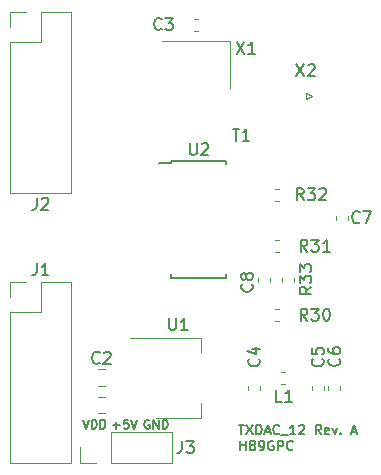
<source format=gto>
G04 #@! TF.GenerationSoftware,KiCad,Pcbnew,(5.0.1-3-g963ef8bb5)*
G04 #@! TF.CreationDate,2018-11-23T10:32:15+01:00*
G04 #@! TF.ProjectId,DAC_ISL5857,4441435F49534C353835372E6B696361,A*
G04 #@! TF.SameCoordinates,Original*
G04 #@! TF.FileFunction,Legend,Top*
G04 #@! TF.FilePolarity,Positive*
%FSLAX46Y46*%
G04 Gerber Fmt 4.6, Leading zero omitted, Abs format (unit mm)*
G04 Created by KiCad (PCBNEW (5.0.1-3-g963ef8bb5)) date Friday, 23 November 2018 at 10:32:15*
%MOMM*%
%LPD*%
G01*
G04 APERTURE LIST*
%ADD10C,0.150000*%
%ADD11C,0.120000*%
G04 APERTURE END LIST*
D10*
X149373690Y-117486904D02*
X149830833Y-117486904D01*
X149602261Y-118286904D02*
X149602261Y-117486904D01*
X150021309Y-117486904D02*
X150554642Y-118286904D01*
X150554642Y-117486904D02*
X150021309Y-118286904D01*
X150859404Y-118286904D02*
X150859404Y-117486904D01*
X151049880Y-117486904D01*
X151164166Y-117525000D01*
X151240357Y-117601190D01*
X151278452Y-117677380D01*
X151316547Y-117829761D01*
X151316547Y-117944047D01*
X151278452Y-118096428D01*
X151240357Y-118172619D01*
X151164166Y-118248809D01*
X151049880Y-118286904D01*
X150859404Y-118286904D01*
X151621309Y-118058333D02*
X152002261Y-118058333D01*
X151545119Y-118286904D02*
X151811785Y-117486904D01*
X152078452Y-118286904D01*
X152802261Y-118210714D02*
X152764166Y-118248809D01*
X152649880Y-118286904D01*
X152573690Y-118286904D01*
X152459404Y-118248809D01*
X152383214Y-118172619D01*
X152345119Y-118096428D01*
X152307023Y-117944047D01*
X152307023Y-117829761D01*
X152345119Y-117677380D01*
X152383214Y-117601190D01*
X152459404Y-117525000D01*
X152573690Y-117486904D01*
X152649880Y-117486904D01*
X152764166Y-117525000D01*
X152802261Y-117563095D01*
X152954642Y-118363095D02*
X153564166Y-118363095D01*
X154173690Y-118286904D02*
X153716547Y-118286904D01*
X153945119Y-118286904D02*
X153945119Y-117486904D01*
X153868928Y-117601190D01*
X153792738Y-117677380D01*
X153716547Y-117715476D01*
X154478452Y-117563095D02*
X154516547Y-117525000D01*
X154592738Y-117486904D01*
X154783214Y-117486904D01*
X154859404Y-117525000D01*
X154897500Y-117563095D01*
X154935595Y-117639285D01*
X154935595Y-117715476D01*
X154897500Y-117829761D01*
X154440357Y-118286904D01*
X154935595Y-118286904D01*
X156345119Y-118286904D02*
X156078452Y-117905952D01*
X155887976Y-118286904D02*
X155887976Y-117486904D01*
X156192738Y-117486904D01*
X156268928Y-117525000D01*
X156307023Y-117563095D01*
X156345119Y-117639285D01*
X156345119Y-117753571D01*
X156307023Y-117829761D01*
X156268928Y-117867857D01*
X156192738Y-117905952D01*
X155887976Y-117905952D01*
X156992738Y-118248809D02*
X156916547Y-118286904D01*
X156764166Y-118286904D01*
X156687976Y-118248809D01*
X156649880Y-118172619D01*
X156649880Y-117867857D01*
X156687976Y-117791666D01*
X156764166Y-117753571D01*
X156916547Y-117753571D01*
X156992738Y-117791666D01*
X157030833Y-117867857D01*
X157030833Y-117944047D01*
X156649880Y-118020238D01*
X157297500Y-117753571D02*
X157487976Y-118286904D01*
X157678452Y-117753571D01*
X157983214Y-118210714D02*
X158021309Y-118248809D01*
X157983214Y-118286904D01*
X157945119Y-118248809D01*
X157983214Y-118210714D01*
X157983214Y-118286904D01*
X158935595Y-118058333D02*
X159316547Y-118058333D01*
X158859404Y-118286904D02*
X159126071Y-117486904D01*
X159392738Y-118286904D01*
X149487976Y-119636904D02*
X149487976Y-118836904D01*
X149487976Y-119217857D02*
X149945119Y-119217857D01*
X149945119Y-119636904D02*
X149945119Y-118836904D01*
X150592738Y-119217857D02*
X150707023Y-119255952D01*
X150745119Y-119294047D01*
X150783214Y-119370238D01*
X150783214Y-119484523D01*
X150745119Y-119560714D01*
X150707023Y-119598809D01*
X150630833Y-119636904D01*
X150326071Y-119636904D01*
X150326071Y-118836904D01*
X150592738Y-118836904D01*
X150668928Y-118875000D01*
X150707023Y-118913095D01*
X150745119Y-118989285D01*
X150745119Y-119065476D01*
X150707023Y-119141666D01*
X150668928Y-119179761D01*
X150592738Y-119217857D01*
X150326071Y-119217857D01*
X151164166Y-119636904D02*
X151316547Y-119636904D01*
X151392738Y-119598809D01*
X151430833Y-119560714D01*
X151507023Y-119446428D01*
X151545119Y-119294047D01*
X151545119Y-118989285D01*
X151507023Y-118913095D01*
X151468928Y-118875000D01*
X151392738Y-118836904D01*
X151240357Y-118836904D01*
X151164166Y-118875000D01*
X151126071Y-118913095D01*
X151087976Y-118989285D01*
X151087976Y-119179761D01*
X151126071Y-119255952D01*
X151164166Y-119294047D01*
X151240357Y-119332142D01*
X151392738Y-119332142D01*
X151468928Y-119294047D01*
X151507023Y-119255952D01*
X151545119Y-119179761D01*
X152307023Y-118875000D02*
X152230833Y-118836904D01*
X152116547Y-118836904D01*
X152002261Y-118875000D01*
X151926071Y-118951190D01*
X151887976Y-119027380D01*
X151849880Y-119179761D01*
X151849880Y-119294047D01*
X151887976Y-119446428D01*
X151926071Y-119522619D01*
X152002261Y-119598809D01*
X152116547Y-119636904D01*
X152192738Y-119636904D01*
X152307023Y-119598809D01*
X152345119Y-119560714D01*
X152345119Y-119294047D01*
X152192738Y-119294047D01*
X152687976Y-119636904D02*
X152687976Y-118836904D01*
X152992738Y-118836904D01*
X153068928Y-118875000D01*
X153107023Y-118913095D01*
X153145119Y-118989285D01*
X153145119Y-119103571D01*
X153107023Y-119179761D01*
X153068928Y-119217857D01*
X152992738Y-119255952D01*
X152687976Y-119255952D01*
X153945119Y-119560714D02*
X153907023Y-119598809D01*
X153792738Y-119636904D01*
X153716547Y-119636904D01*
X153602261Y-119598809D01*
X153526071Y-119522619D01*
X153487976Y-119446428D01*
X153449880Y-119294047D01*
X153449880Y-119179761D01*
X153487976Y-119027380D01*
X153526071Y-118951190D01*
X153602261Y-118875000D01*
X153716547Y-118836904D01*
X153792738Y-118836904D01*
X153907023Y-118875000D01*
X153945119Y-118913095D01*
X136160000Y-117064285D02*
X136410000Y-117814285D01*
X136660000Y-117064285D01*
X136910000Y-117814285D02*
X136910000Y-117064285D01*
X137088571Y-117064285D01*
X137195714Y-117100000D01*
X137267142Y-117171428D01*
X137302857Y-117242857D01*
X137338571Y-117385714D01*
X137338571Y-117492857D01*
X137302857Y-117635714D01*
X137267142Y-117707142D01*
X137195714Y-117778571D01*
X137088571Y-117814285D01*
X136910000Y-117814285D01*
X137660000Y-117814285D02*
X137660000Y-117064285D01*
X137838571Y-117064285D01*
X137945714Y-117100000D01*
X138017142Y-117171428D01*
X138052857Y-117242857D01*
X138088571Y-117385714D01*
X138088571Y-117492857D01*
X138052857Y-117635714D01*
X138017142Y-117707142D01*
X137945714Y-117778571D01*
X137838571Y-117814285D01*
X137660000Y-117814285D01*
X138735714Y-117528571D02*
X139307142Y-117528571D01*
X139021428Y-117814285D02*
X139021428Y-117242857D01*
X140021428Y-117064285D02*
X139664285Y-117064285D01*
X139628571Y-117421428D01*
X139664285Y-117385714D01*
X139735714Y-117350000D01*
X139914285Y-117350000D01*
X139985714Y-117385714D01*
X140021428Y-117421428D01*
X140057142Y-117492857D01*
X140057142Y-117671428D01*
X140021428Y-117742857D01*
X139985714Y-117778571D01*
X139914285Y-117814285D01*
X139735714Y-117814285D01*
X139664285Y-117778571D01*
X139628571Y-117742857D01*
X140271428Y-117064285D02*
X140521428Y-117814285D01*
X140771428Y-117064285D01*
X141795571Y-117100000D02*
X141724142Y-117064285D01*
X141617000Y-117064285D01*
X141509857Y-117100000D01*
X141438428Y-117171428D01*
X141402714Y-117242857D01*
X141367000Y-117385714D01*
X141367000Y-117492857D01*
X141402714Y-117635714D01*
X141438428Y-117707142D01*
X141509857Y-117778571D01*
X141617000Y-117814285D01*
X141688428Y-117814285D01*
X141795571Y-117778571D01*
X141831285Y-117742857D01*
X141831285Y-117492857D01*
X141688428Y-117492857D01*
X142152714Y-117814285D02*
X142152714Y-117064285D01*
X142581285Y-117814285D01*
X142581285Y-117064285D01*
X142938428Y-117814285D02*
X142938428Y-117064285D01*
X143117000Y-117064285D01*
X143224142Y-117100000D01*
X143295571Y-117171428D01*
X143331285Y-117242857D01*
X143367000Y-117385714D01*
X143367000Y-117492857D01*
X143331285Y-117635714D01*
X143295571Y-117707142D01*
X143224142Y-117778571D01*
X143117000Y-117814285D01*
X142938428Y-117814285D01*
D11*
G04 #@! TO.C,C1*
X137488748Y-116510000D02*
X138011252Y-116510000D01*
X137488748Y-115090000D02*
X138011252Y-115090000D01*
G04 #@! TO.C,C2*
X137488748Y-112790000D02*
X138011252Y-112790000D01*
X137488748Y-114210000D02*
X138011252Y-114210000D01*
G04 #@! TO.C,U1*
X146160000Y-116910000D02*
X146160000Y-115650000D01*
X146160000Y-110090000D02*
X146160000Y-111350000D01*
X142400000Y-116910000D02*
X146160000Y-116910000D01*
X140150000Y-110090000D02*
X146160000Y-110090000D01*
G04 #@! TO.C,J3*
X143697000Y-120710000D02*
X143697000Y-118050000D01*
X138557000Y-120710000D02*
X143697000Y-120710000D01*
X138557000Y-118050000D02*
X143697000Y-118050000D01*
X138557000Y-120710000D02*
X138557000Y-118050000D01*
X137287000Y-120710000D02*
X135957000Y-120710000D01*
X135957000Y-120710000D02*
X135957000Y-119380000D01*
G04 #@! TO.C,C3*
X145578733Y-83090000D02*
X145921267Y-83090000D01*
X145578733Y-84110000D02*
X145921267Y-84110000D01*
G04 #@! TO.C,R30*
X152821267Y-108714000D02*
X152478733Y-108714000D01*
X152821267Y-107694000D02*
X152478733Y-107694000D01*
G04 #@! TO.C,C7*
X157605000Y-100171267D02*
X157605000Y-99828733D01*
X158625000Y-100171267D02*
X158625000Y-99828733D01*
G04 #@! TO.C,C8*
X152010000Y-105421267D02*
X152010000Y-105078733D01*
X150990000Y-105421267D02*
X150990000Y-105078733D01*
G04 #@! TO.C,C6*
X157960000Y-114546267D02*
X157960000Y-114203733D01*
X156940000Y-114546267D02*
X156940000Y-114203733D01*
G04 #@! TO.C,C5*
X155540000Y-114546267D02*
X155540000Y-114203733D01*
X156560000Y-114546267D02*
X156560000Y-114203733D01*
G04 #@! TO.C,C4*
X151160000Y-114546267D02*
X151160000Y-114203733D01*
X150140000Y-114546267D02*
X150140000Y-114203733D01*
G04 #@! TO.C,X2*
X155050000Y-89410000D02*
X155550000Y-89660000D01*
X155050000Y-89910000D02*
X155050000Y-89410000D01*
X155550000Y-89660000D02*
X155050000Y-89910000D01*
G04 #@! TO.C,J2*
X129988000Y-82490000D02*
X131318000Y-82490000D01*
X129988000Y-83820000D02*
X129988000Y-82490000D01*
X132588000Y-82490000D02*
X135188000Y-82490000D01*
X132588000Y-85090000D02*
X132588000Y-82490000D01*
X129988000Y-85090000D02*
X132588000Y-85090000D01*
X135188000Y-82490000D02*
X135188000Y-97850000D01*
X129988000Y-85090000D02*
X129988000Y-97850000D01*
X129988000Y-97850000D02*
X135188000Y-97850000D01*
G04 #@! TO.C,J1*
X129988000Y-120710000D02*
X135188000Y-120710000D01*
X129988000Y-107950000D02*
X129988000Y-120710000D01*
X135188000Y-105350000D02*
X135188000Y-120710000D01*
X129988000Y-107950000D02*
X132588000Y-107950000D01*
X132588000Y-107950000D02*
X132588000Y-105350000D01*
X132588000Y-105350000D02*
X135188000Y-105350000D01*
X129988000Y-106680000D02*
X129988000Y-105350000D01*
X129988000Y-105350000D02*
X131318000Y-105350000D01*
G04 #@! TO.C,L1*
X153321267Y-112990000D02*
X152978733Y-112990000D01*
X153321267Y-114010000D02*
X152978733Y-114010000D01*
D10*
G04 #@! TO.C,U2*
X143675000Y-95105000D02*
X143675000Y-95330000D01*
X148325000Y-95105000D02*
X148325000Y-95430000D01*
X148325000Y-105055000D02*
X148325000Y-104730000D01*
X143675000Y-105055000D02*
X143675000Y-104730000D01*
X143675000Y-95105000D02*
X148325000Y-95105000D01*
X143675000Y-105055000D02*
X148325000Y-105055000D01*
X143675000Y-95330000D02*
X142600000Y-95330000D01*
D11*
G04 #@! TO.C,R33*
X153015000Y-105421267D02*
X153015000Y-105078733D01*
X154035000Y-105421267D02*
X154035000Y-105078733D01*
G04 #@! TO.C,R32*
X152478733Y-98510000D02*
X152821267Y-98510000D01*
X152478733Y-97490000D02*
X152821267Y-97490000D01*
G04 #@! TO.C,R31*
X152821267Y-102865000D02*
X152478733Y-102865000D01*
X152821267Y-101845000D02*
X152478733Y-101845000D01*
G04 #@! TO.C,X1*
X148650000Y-89000000D02*
X148650000Y-85000000D01*
X148650000Y-85000000D02*
X142850000Y-85000000D01*
G04 #@! TO.C,C2*
D10*
X137583333Y-112207142D02*
X137535714Y-112254761D01*
X137392857Y-112302380D01*
X137297619Y-112302380D01*
X137154761Y-112254761D01*
X137059523Y-112159523D01*
X137011904Y-112064285D01*
X136964285Y-111873809D01*
X136964285Y-111730952D01*
X137011904Y-111540476D01*
X137059523Y-111445238D01*
X137154761Y-111350000D01*
X137297619Y-111302380D01*
X137392857Y-111302380D01*
X137535714Y-111350000D01*
X137583333Y-111397619D01*
X137964285Y-111397619D02*
X138011904Y-111350000D01*
X138107142Y-111302380D01*
X138345238Y-111302380D01*
X138440476Y-111350000D01*
X138488095Y-111397619D01*
X138535714Y-111492857D01*
X138535714Y-111588095D01*
X138488095Y-111730952D01*
X137916666Y-112302380D01*
X138535714Y-112302380D01*
G04 #@! TO.C,U1*
X143488095Y-108452380D02*
X143488095Y-109261904D01*
X143535714Y-109357142D01*
X143583333Y-109404761D01*
X143678571Y-109452380D01*
X143869047Y-109452380D01*
X143964285Y-109404761D01*
X144011904Y-109357142D01*
X144059523Y-109261904D01*
X144059523Y-108452380D01*
X145059523Y-109452380D02*
X144488095Y-109452380D01*
X144773809Y-109452380D02*
X144773809Y-108452380D01*
X144678571Y-108595238D01*
X144583333Y-108690476D01*
X144488095Y-108738095D01*
G04 #@! TO.C,J3*
X144566666Y-118852380D02*
X144566666Y-119566666D01*
X144519047Y-119709523D01*
X144423809Y-119804761D01*
X144280952Y-119852380D01*
X144185714Y-119852380D01*
X144947619Y-118852380D02*
X145566666Y-118852380D01*
X145233333Y-119233333D01*
X145376190Y-119233333D01*
X145471428Y-119280952D01*
X145519047Y-119328571D01*
X145566666Y-119423809D01*
X145566666Y-119661904D01*
X145519047Y-119757142D01*
X145471428Y-119804761D01*
X145376190Y-119852380D01*
X145090476Y-119852380D01*
X144995238Y-119804761D01*
X144947619Y-119757142D01*
G04 #@! TO.C,C3*
X142833333Y-83957142D02*
X142785714Y-84004761D01*
X142642857Y-84052380D01*
X142547619Y-84052380D01*
X142404761Y-84004761D01*
X142309523Y-83909523D01*
X142261904Y-83814285D01*
X142214285Y-83623809D01*
X142214285Y-83480952D01*
X142261904Y-83290476D01*
X142309523Y-83195238D01*
X142404761Y-83100000D01*
X142547619Y-83052380D01*
X142642857Y-83052380D01*
X142785714Y-83100000D01*
X142833333Y-83147619D01*
X143166666Y-83052380D02*
X143785714Y-83052380D01*
X143452380Y-83433333D01*
X143595238Y-83433333D01*
X143690476Y-83480952D01*
X143738095Y-83528571D01*
X143785714Y-83623809D01*
X143785714Y-83861904D01*
X143738095Y-83957142D01*
X143690476Y-84004761D01*
X143595238Y-84052380D01*
X143309523Y-84052380D01*
X143214285Y-84004761D01*
X143166666Y-83957142D01*
G04 #@! TO.C,R30*
X155186142Y-108656380D02*
X154852809Y-108180190D01*
X154614714Y-108656380D02*
X154614714Y-107656380D01*
X154995666Y-107656380D01*
X155090904Y-107704000D01*
X155138523Y-107751619D01*
X155186142Y-107846857D01*
X155186142Y-107989714D01*
X155138523Y-108084952D01*
X155090904Y-108132571D01*
X154995666Y-108180190D01*
X154614714Y-108180190D01*
X155519476Y-107656380D02*
X156138523Y-107656380D01*
X155805190Y-108037333D01*
X155948047Y-108037333D01*
X156043285Y-108084952D01*
X156090904Y-108132571D01*
X156138523Y-108227809D01*
X156138523Y-108465904D01*
X156090904Y-108561142D01*
X156043285Y-108608761D01*
X155948047Y-108656380D01*
X155662333Y-108656380D01*
X155567095Y-108608761D01*
X155519476Y-108561142D01*
X156757571Y-107656380D02*
X156852809Y-107656380D01*
X156948047Y-107704000D01*
X156995666Y-107751619D01*
X157043285Y-107846857D01*
X157090904Y-108037333D01*
X157090904Y-108275428D01*
X157043285Y-108465904D01*
X156995666Y-108561142D01*
X156948047Y-108608761D01*
X156852809Y-108656380D01*
X156757571Y-108656380D01*
X156662333Y-108608761D01*
X156614714Y-108561142D01*
X156567095Y-108465904D01*
X156519476Y-108275428D01*
X156519476Y-108037333D01*
X156567095Y-107846857D01*
X156614714Y-107751619D01*
X156662333Y-107704000D01*
X156757571Y-107656380D01*
G04 #@! TO.C,C7*
X159599333Y-100306142D02*
X159551714Y-100353761D01*
X159408857Y-100401380D01*
X159313619Y-100401380D01*
X159170761Y-100353761D01*
X159075523Y-100258523D01*
X159027904Y-100163285D01*
X158980285Y-99972809D01*
X158980285Y-99829952D01*
X159027904Y-99639476D01*
X159075523Y-99544238D01*
X159170761Y-99449000D01*
X159313619Y-99401380D01*
X159408857Y-99401380D01*
X159551714Y-99449000D01*
X159599333Y-99496619D01*
X159932666Y-99401380D02*
X160599333Y-99401380D01*
X160170761Y-100401380D01*
G04 #@! TO.C,C8*
X150471142Y-105576666D02*
X150518761Y-105624285D01*
X150566380Y-105767142D01*
X150566380Y-105862380D01*
X150518761Y-106005238D01*
X150423523Y-106100476D01*
X150328285Y-106148095D01*
X150137809Y-106195714D01*
X149994952Y-106195714D01*
X149804476Y-106148095D01*
X149709238Y-106100476D01*
X149614000Y-106005238D01*
X149566380Y-105862380D01*
X149566380Y-105767142D01*
X149614000Y-105624285D01*
X149661619Y-105576666D01*
X149994952Y-105005238D02*
X149947333Y-105100476D01*
X149899714Y-105148095D01*
X149804476Y-105195714D01*
X149756857Y-105195714D01*
X149661619Y-105148095D01*
X149614000Y-105100476D01*
X149566380Y-105005238D01*
X149566380Y-104814761D01*
X149614000Y-104719523D01*
X149661619Y-104671904D01*
X149756857Y-104624285D01*
X149804476Y-104624285D01*
X149899714Y-104671904D01*
X149947333Y-104719523D01*
X149994952Y-104814761D01*
X149994952Y-105005238D01*
X150042571Y-105100476D01*
X150090190Y-105148095D01*
X150185428Y-105195714D01*
X150375904Y-105195714D01*
X150471142Y-105148095D01*
X150518761Y-105100476D01*
X150566380Y-105005238D01*
X150566380Y-104814761D01*
X150518761Y-104719523D01*
X150471142Y-104671904D01*
X150375904Y-104624285D01*
X150185428Y-104624285D01*
X150090190Y-104671904D01*
X150042571Y-104719523D01*
X149994952Y-104814761D01*
G04 #@! TO.C,C6*
X157857142Y-111866666D02*
X157904761Y-111914285D01*
X157952380Y-112057142D01*
X157952380Y-112152380D01*
X157904761Y-112295238D01*
X157809523Y-112390476D01*
X157714285Y-112438095D01*
X157523809Y-112485714D01*
X157380952Y-112485714D01*
X157190476Y-112438095D01*
X157095238Y-112390476D01*
X157000000Y-112295238D01*
X156952380Y-112152380D01*
X156952380Y-112057142D01*
X157000000Y-111914285D01*
X157047619Y-111866666D01*
X156952380Y-111009523D02*
X156952380Y-111200000D01*
X157000000Y-111295238D01*
X157047619Y-111342857D01*
X157190476Y-111438095D01*
X157380952Y-111485714D01*
X157761904Y-111485714D01*
X157857142Y-111438095D01*
X157904761Y-111390476D01*
X157952380Y-111295238D01*
X157952380Y-111104761D01*
X157904761Y-111009523D01*
X157857142Y-110961904D01*
X157761904Y-110914285D01*
X157523809Y-110914285D01*
X157428571Y-110961904D01*
X157380952Y-111009523D01*
X157333333Y-111104761D01*
X157333333Y-111295238D01*
X157380952Y-111390476D01*
X157428571Y-111438095D01*
X157523809Y-111485714D01*
G04 #@! TO.C,C5*
X156457142Y-111891666D02*
X156504761Y-111939285D01*
X156552380Y-112082142D01*
X156552380Y-112177380D01*
X156504761Y-112320238D01*
X156409523Y-112415476D01*
X156314285Y-112463095D01*
X156123809Y-112510714D01*
X155980952Y-112510714D01*
X155790476Y-112463095D01*
X155695238Y-112415476D01*
X155600000Y-112320238D01*
X155552380Y-112177380D01*
X155552380Y-112082142D01*
X155600000Y-111939285D01*
X155647619Y-111891666D01*
X155552380Y-110986904D02*
X155552380Y-111463095D01*
X156028571Y-111510714D01*
X155980952Y-111463095D01*
X155933333Y-111367857D01*
X155933333Y-111129761D01*
X155980952Y-111034523D01*
X156028571Y-110986904D01*
X156123809Y-110939285D01*
X156361904Y-110939285D01*
X156457142Y-110986904D01*
X156504761Y-111034523D01*
X156552380Y-111129761D01*
X156552380Y-111367857D01*
X156504761Y-111463095D01*
X156457142Y-111510714D01*
G04 #@! TO.C,C4*
X151057142Y-111891666D02*
X151104761Y-111939285D01*
X151152380Y-112082142D01*
X151152380Y-112177380D01*
X151104761Y-112320238D01*
X151009523Y-112415476D01*
X150914285Y-112463095D01*
X150723809Y-112510714D01*
X150580952Y-112510714D01*
X150390476Y-112463095D01*
X150295238Y-112415476D01*
X150200000Y-112320238D01*
X150152380Y-112177380D01*
X150152380Y-112082142D01*
X150200000Y-111939285D01*
X150247619Y-111891666D01*
X150485714Y-111034523D02*
X151152380Y-111034523D01*
X150104761Y-111272619D02*
X150819047Y-111510714D01*
X150819047Y-110891666D01*
G04 #@! TO.C,X2*
X154257476Y-86955380D02*
X154924142Y-87955380D01*
X154924142Y-86955380D02*
X154257476Y-87955380D01*
X155257476Y-87050619D02*
X155305095Y-87003000D01*
X155400333Y-86955380D01*
X155638428Y-86955380D01*
X155733666Y-87003000D01*
X155781285Y-87050619D01*
X155828904Y-87145857D01*
X155828904Y-87241095D01*
X155781285Y-87383952D01*
X155209857Y-87955380D01*
X155828904Y-87955380D01*
G04 #@! TO.C,J2*
X132254666Y-98258380D02*
X132254666Y-98972666D01*
X132207047Y-99115523D01*
X132111809Y-99210761D01*
X131968952Y-99258380D01*
X131873714Y-99258380D01*
X132683238Y-98353619D02*
X132730857Y-98306000D01*
X132826095Y-98258380D01*
X133064190Y-98258380D01*
X133159428Y-98306000D01*
X133207047Y-98353619D01*
X133254666Y-98448857D01*
X133254666Y-98544095D01*
X133207047Y-98686952D01*
X132635619Y-99258380D01*
X133254666Y-99258380D01*
G04 #@! TO.C,J1*
X132254666Y-103802380D02*
X132254666Y-104516666D01*
X132207047Y-104659523D01*
X132111809Y-104754761D01*
X131968952Y-104802380D01*
X131873714Y-104802380D01*
X133254666Y-104802380D02*
X132683238Y-104802380D01*
X132968952Y-104802380D02*
X132968952Y-103802380D01*
X132873714Y-103945238D01*
X132778476Y-104040476D01*
X132683238Y-104088095D01*
G04 #@! TO.C,L1*
X153035333Y-115513180D02*
X152559142Y-115513180D01*
X152559142Y-114513180D01*
X153892476Y-115513180D02*
X153321047Y-115513180D01*
X153606761Y-115513180D02*
X153606761Y-114513180D01*
X153511523Y-114656038D01*
X153416285Y-114751276D01*
X153321047Y-114798895D01*
G04 #@! TO.C,U2*
X145238095Y-93632380D02*
X145238095Y-94441904D01*
X145285714Y-94537142D01*
X145333333Y-94584761D01*
X145428571Y-94632380D01*
X145619047Y-94632380D01*
X145714285Y-94584761D01*
X145761904Y-94537142D01*
X145809523Y-94441904D01*
X145809523Y-93632380D01*
X146238095Y-93727619D02*
X146285714Y-93680000D01*
X146380952Y-93632380D01*
X146619047Y-93632380D01*
X146714285Y-93680000D01*
X146761904Y-93727619D01*
X146809523Y-93822857D01*
X146809523Y-93918095D01*
X146761904Y-94060952D01*
X146190476Y-94632380D01*
X146809523Y-94632380D01*
G04 #@! TO.C,R33*
X155519380Y-105798857D02*
X155043190Y-106132190D01*
X155519380Y-106370285D02*
X154519380Y-106370285D01*
X154519380Y-105989333D01*
X154567000Y-105894095D01*
X154614619Y-105846476D01*
X154709857Y-105798857D01*
X154852714Y-105798857D01*
X154947952Y-105846476D01*
X154995571Y-105894095D01*
X155043190Y-105989333D01*
X155043190Y-106370285D01*
X154519380Y-105465523D02*
X154519380Y-104846476D01*
X154900333Y-105179809D01*
X154900333Y-105036952D01*
X154947952Y-104941714D01*
X154995571Y-104894095D01*
X155090809Y-104846476D01*
X155328904Y-104846476D01*
X155424142Y-104894095D01*
X155471761Y-104941714D01*
X155519380Y-105036952D01*
X155519380Y-105322666D01*
X155471761Y-105417904D01*
X155424142Y-105465523D01*
X154519380Y-104513142D02*
X154519380Y-103894095D01*
X154900333Y-104227428D01*
X154900333Y-104084571D01*
X154947952Y-103989333D01*
X154995571Y-103941714D01*
X155090809Y-103894095D01*
X155328904Y-103894095D01*
X155424142Y-103941714D01*
X155471761Y-103989333D01*
X155519380Y-104084571D01*
X155519380Y-104370285D01*
X155471761Y-104465523D01*
X155424142Y-104513142D01*
G04 #@! TO.C,R32*
X154861142Y-98452380D02*
X154527809Y-97976190D01*
X154289714Y-98452380D02*
X154289714Y-97452380D01*
X154670666Y-97452380D01*
X154765904Y-97500000D01*
X154813523Y-97547619D01*
X154861142Y-97642857D01*
X154861142Y-97785714D01*
X154813523Y-97880952D01*
X154765904Y-97928571D01*
X154670666Y-97976190D01*
X154289714Y-97976190D01*
X155194476Y-97452380D02*
X155813523Y-97452380D01*
X155480190Y-97833333D01*
X155623047Y-97833333D01*
X155718285Y-97880952D01*
X155765904Y-97928571D01*
X155813523Y-98023809D01*
X155813523Y-98261904D01*
X155765904Y-98357142D01*
X155718285Y-98404761D01*
X155623047Y-98452380D01*
X155337333Y-98452380D01*
X155242095Y-98404761D01*
X155194476Y-98357142D01*
X156194476Y-97547619D02*
X156242095Y-97500000D01*
X156337333Y-97452380D01*
X156575428Y-97452380D01*
X156670666Y-97500000D01*
X156718285Y-97547619D01*
X156765904Y-97642857D01*
X156765904Y-97738095D01*
X156718285Y-97880952D01*
X156146857Y-98452380D01*
X156765904Y-98452380D01*
G04 #@! TO.C,R31*
X155186142Y-102814380D02*
X154852809Y-102338190D01*
X154614714Y-102814380D02*
X154614714Y-101814380D01*
X154995666Y-101814380D01*
X155090904Y-101862000D01*
X155138523Y-101909619D01*
X155186142Y-102004857D01*
X155186142Y-102147714D01*
X155138523Y-102242952D01*
X155090904Y-102290571D01*
X154995666Y-102338190D01*
X154614714Y-102338190D01*
X155519476Y-101814380D02*
X156138523Y-101814380D01*
X155805190Y-102195333D01*
X155948047Y-102195333D01*
X156043285Y-102242952D01*
X156090904Y-102290571D01*
X156138523Y-102385809D01*
X156138523Y-102623904D01*
X156090904Y-102719142D01*
X156043285Y-102766761D01*
X155948047Y-102814380D01*
X155662333Y-102814380D01*
X155567095Y-102766761D01*
X155519476Y-102719142D01*
X157090904Y-102814380D02*
X156519476Y-102814380D01*
X156805190Y-102814380D02*
X156805190Y-101814380D01*
X156709952Y-101957238D01*
X156614714Y-102052476D01*
X156519476Y-102100095D01*
G04 #@! TO.C,T1*
X148844095Y-92416380D02*
X149415523Y-92416380D01*
X149129809Y-93416380D02*
X149129809Y-92416380D01*
X150272666Y-93416380D02*
X149701238Y-93416380D01*
X149986952Y-93416380D02*
X149986952Y-92416380D01*
X149891714Y-92559238D01*
X149796476Y-92654476D01*
X149701238Y-92702095D01*
G04 #@! TO.C,X1*
X149190476Y-85052380D02*
X149857142Y-86052380D01*
X149857142Y-85052380D02*
X149190476Y-86052380D01*
X150761904Y-86052380D02*
X150190476Y-86052380D01*
X150476190Y-86052380D02*
X150476190Y-85052380D01*
X150380952Y-85195238D01*
X150285714Y-85290476D01*
X150190476Y-85338095D01*
G04 #@! TD*
M02*

</source>
